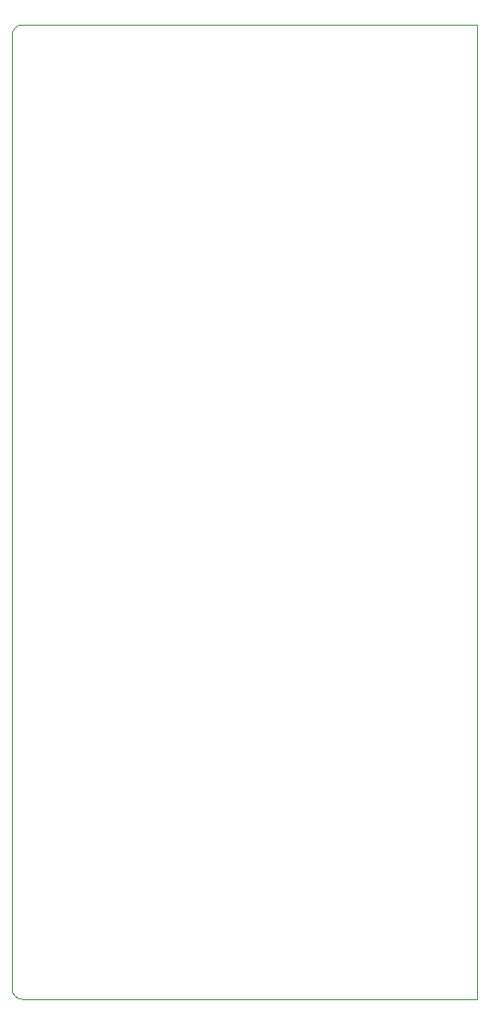
<source format=gm1>
G04 #@! TF.GenerationSoftware,KiCad,Pcbnew,8.0.7*
G04 #@! TF.CreationDate,2024-12-31T17:31:26-05:00*
G04 #@! TF.ProjectId,LauCameraTrigger_MimasA7,4c617543-616d-4657-9261-547269676765,rev?*
G04 #@! TF.SameCoordinates,Original*
G04 #@! TF.FileFunction,Profile,NP*
%FSLAX46Y46*%
G04 Gerber Fmt 4.6, Leading zero omitted, Abs format (unit mm)*
G04 Created by KiCad (PCBNEW 8.0.7) date 2024-12-31 17:31:26*
%MOMM*%
%LPD*%
G01*
G04 APERTURE LIST*
G04 #@! TA.AperFunction,Profile*
%ADD10C,0.050000*%
G04 #@! TD*
G04 APERTURE END LIST*
D10*
X51000000Y-140000000D02*
G75*
G02*
X50000000Y-139000000I0J1000000D01*
G01*
X50000000Y-51000000D02*
G75*
G02*
X51000000Y-50000000I1000000J0D01*
G01*
X50000000Y-139000000D02*
X50000000Y-51000000D01*
X93000000Y-140000000D02*
X51000000Y-140000000D01*
X93000000Y-50000000D02*
X93000000Y-140000000D01*
X51000000Y-50000000D02*
X93000000Y-50000000D01*
M02*

</source>
